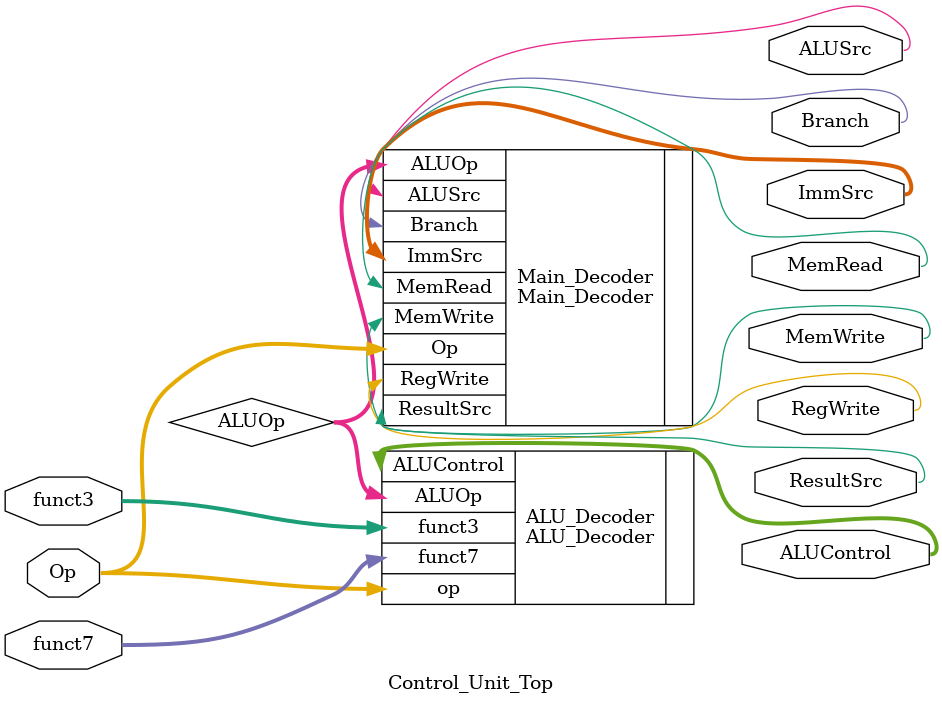
<source format=v>
`include "ALU_Decoder.v"
`include "Main_Decoder.v"

module Control_Unit_Top(Op,RegWrite,ImmSrc,ALUSrc,MemWrite,MemRead,ResultSrc,Branch,funct3,funct7,ALUControl);

    input [6:0]Op,funct7;
    input [2:0]funct3;
    output RegWrite,ALUSrc,MemWrite,MemRead,ResultSrc,Branch;
    output [1:0]ImmSrc;
    output [2:0]ALUControl;

    wire [1:0]ALUOp;

    Main_Decoder Main_Decoder(
                .Op(Op),
                .RegWrite(RegWrite),
                .ImmSrc(ImmSrc),
                .MemWrite(MemWrite),
                .MemRead(MemRead),
                .ResultSrc(ResultSrc),
                .Branch(Branch),
                .ALUSrc(ALUSrc),
                .ALUOp(ALUOp)
    );

    ALU_Decoder ALU_Decoder(
                            .ALUOp(ALUOp),
                            .funct3(funct3),
                            .funct7(funct7),
                            .op(Op),
                            .ALUControl(ALUControl)
    );


endmodule
</source>
